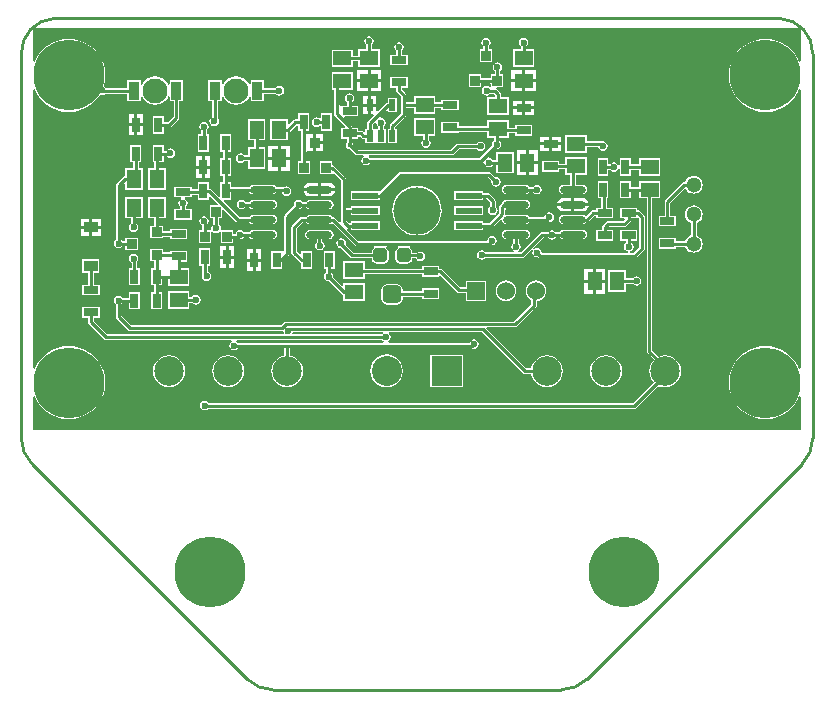
<source format=gtl>
G04*
G04 #@! TF.GenerationSoftware,Altium Limited,CircuitStudio,1.5.2 (1.5.2.30)*
G04*
G04 Layer_Physical_Order=1*
G04 Layer_Color=11767835*
%FSLAX44Y44*%
%MOMM*%
G71*
G01*
G75*
%ADD10R,1.3000X0.7000*%
%ADD11R,1.2200X0.9100*%
%ADD12R,0.9500X1.6000*%
%ADD13R,1.3000X1.6000*%
%ADD14R,1.6000X1.3000*%
%ADD15R,0.8128X0.9144*%
%ADD16R,0.9144X0.8128*%
%ADD17R,0.7000X1.3000*%
%ADD18O,2.2000X0.6000*%
%ADD19R,0.6000X1.0000*%
%ADD20R,2.3000X0.6000*%
G04:AMPARAMS|DCode=21|XSize=1.2mm|YSize=1.2mm|CornerRadius=0.3mm|HoleSize=0mm|Usage=FLASHONLY|Rotation=180.000|XOffset=0mm|YOffset=0mm|HoleType=Round|Shape=RoundedRectangle|*
%AMROUNDEDRECTD21*
21,1,1.2000,0.6000,0,0,180.0*
21,1,0.6000,1.2000,0,0,180.0*
1,1,0.6000,-0.3000,0.3000*
1,1,0.6000,0.3000,0.3000*
1,1,0.6000,0.3000,-0.3000*
1,1,0.6000,-0.3000,-0.3000*
%
%ADD21ROUNDEDRECTD21*%
G04:AMPARAMS|DCode=22|XSize=1.6mm|YSize=1.5mm|CornerRadius=0.375mm|HoleSize=0mm|Usage=FLASHONLY|Rotation=180.000|XOffset=0mm|YOffset=0mm|HoleType=Round|Shape=RoundedRectangle|*
%AMROUNDEDRECTD22*
21,1,1.6000,0.7500,0,0,180.0*
21,1,0.8500,1.5000,0,0,180.0*
1,1,0.7500,-0.4250,0.3750*
1,1,0.7500,0.4250,0.3750*
1,1,0.7500,0.4250,-0.3750*
1,1,0.7500,-0.4250,-0.3750*
%
%ADD22ROUNDEDRECTD22*%
%ADD23C,0.2540*%
%ADD24C,2.1000*%
%ADD25C,4.0000*%
%ADD26C,6.0000*%
%ADD27R,1.5240X1.5240*%
%ADD28C,1.5240*%
%ADD29C,2.5000*%
%ADD30C,2.5400*%
%ADD31R,2.5400X2.5400*%
%ADD32C,1.3000*%
%ADD33C,0.6000*%
%ADD34C,0.4500*%
G36*
X820000Y800000D02*
Y771899D01*
X818730Y771647D01*
X817706Y774117D01*
X815157Y778278D01*
X811988Y781988D01*
X808278Y785157D01*
X804117Y787707D01*
X799609Y789574D01*
X794864Y790713D01*
X790000Y791096D01*
X785135Y790713D01*
X780391Y789574D01*
X775883Y787707D01*
X771722Y785157D01*
X768012Y781988D01*
X764843Y778278D01*
X762293Y774117D01*
X760426Y769609D01*
X759287Y764865D01*
X758904Y760000D01*
X759287Y755136D01*
X760426Y750391D01*
X762293Y745883D01*
X764843Y741722D01*
X768012Y738012D01*
X771722Y734843D01*
X775883Y732293D01*
X780391Y730426D01*
X785135Y729287D01*
X790000Y728904D01*
X794864Y729287D01*
X799609Y730426D01*
X804117Y732293D01*
X808278Y734843D01*
X811988Y738012D01*
X815157Y741722D01*
X817706Y745883D01*
X818730Y748354D01*
X820000Y748101D01*
X820000Y511899D01*
X818730Y511646D01*
X817706Y514117D01*
X815157Y518278D01*
X811988Y521988D01*
X808278Y525157D01*
X804117Y527706D01*
X799609Y529574D01*
X794864Y530713D01*
X790000Y531096D01*
X785135Y530713D01*
X780391Y529574D01*
X775883Y527706D01*
X771722Y525157D01*
X768012Y521988D01*
X764843Y518278D01*
X762293Y514117D01*
X760426Y509609D01*
X759287Y504864D01*
X758904Y500000D01*
X759287Y495135D01*
X760426Y490391D01*
X762293Y485883D01*
X764843Y481722D01*
X768012Y478012D01*
X771722Y474843D01*
X775883Y472293D01*
X780391Y470426D01*
X785135Y469287D01*
X790000Y468904D01*
X794864Y469287D01*
X799609Y470426D01*
X804117Y472293D01*
X808278Y474843D01*
X811988Y478012D01*
X815157Y481722D01*
X817706Y485883D01*
X818730Y488354D01*
X820000Y488101D01*
Y460898D01*
X819102Y460000D01*
X170000Y460000D01*
Y488101D01*
X171270Y488353D01*
X172293Y485883D01*
X174843Y481722D01*
X178012Y478012D01*
X181722Y474843D01*
X185883Y472293D01*
X190391Y470426D01*
X195135Y469287D01*
X200000Y468904D01*
X204864Y469287D01*
X209609Y470426D01*
X214117Y472293D01*
X218278Y474843D01*
X221988Y478012D01*
X225157Y481722D01*
X227707Y485883D01*
X229574Y490391D01*
X230713Y495135D01*
X231096Y500000D01*
X230713Y504864D01*
X229574Y509609D01*
X227707Y514117D01*
X225157Y518278D01*
X221988Y521988D01*
X218278Y525157D01*
X214117Y527706D01*
X209609Y529574D01*
X204864Y530713D01*
X200000Y531096D01*
X195135Y530713D01*
X190391Y529574D01*
X185883Y527706D01*
X181722Y525157D01*
X178012Y521988D01*
X174843Y518278D01*
X172293Y514117D01*
X171270Y511647D01*
X170000Y511899D01*
X170000Y748101D01*
X171270Y748353D01*
X172293Y745883D01*
X174843Y741722D01*
X178012Y738012D01*
X181722Y734843D01*
X185883Y732293D01*
X190391Y730426D01*
X195135Y729287D01*
X200000Y728904D01*
X204864Y729287D01*
X209609Y730426D01*
X214117Y732293D01*
X218278Y734843D01*
X221988Y738012D01*
X225157Y741722D01*
X226199Y743422D01*
X226699Y743532D01*
X228260Y743222D01*
X229821Y743532D01*
X231144Y744416D01*
X231324Y744685D01*
X249510D01*
Y738000D01*
X261010D01*
Y742148D01*
X262280Y742400D01*
X262778Y741198D01*
X264701Y738691D01*
X267208Y736768D01*
X270127Y735559D01*
X273260Y735146D01*
X276393Y735559D01*
X279312Y736768D01*
X281819Y738691D01*
X283742Y741198D01*
X284240Y742400D01*
X285510Y742148D01*
Y738000D01*
X288946D01*
Y725259D01*
X284301Y720614D01*
X280400D01*
Y725800D01*
X271400D01*
Y710800D01*
X280400D01*
Y715985D01*
X285260D01*
X286146Y716162D01*
X286897Y716663D01*
X292897Y722663D01*
X293398Y723414D01*
X293575Y724300D01*
Y738000D01*
X297010D01*
Y756000D01*
X285510D01*
Y752352D01*
X284240Y752099D01*
X283742Y753302D01*
X281819Y755808D01*
X279312Y757732D01*
X276393Y758941D01*
X273260Y759353D01*
X270127Y758941D01*
X267208Y757732D01*
X264701Y755808D01*
X262778Y753302D01*
X262280Y752099D01*
X261010Y752352D01*
Y756000D01*
X249510D01*
Y749314D01*
X231725D01*
X231144Y750184D01*
X229821Y751068D01*
X229759Y751164D01*
X230713Y755136D01*
X231096Y760000D01*
X230713Y764865D01*
X229574Y769609D01*
X227707Y774117D01*
X225157Y778278D01*
X221988Y781988D01*
X218278Y785157D01*
X214117Y787707D01*
X209609Y789574D01*
X204864Y790713D01*
X200000Y791096D01*
X195135Y790713D01*
X190391Y789574D01*
X185883Y787707D01*
X181722Y785157D01*
X178012Y781988D01*
X174843Y778278D01*
X172293Y774117D01*
X171270Y771647D01*
X170000Y771899D01*
Y799102D01*
X170898Y800000D01*
X820000Y800000D01*
D02*
G37*
%LPC*%
G36*
X227480Y638440D02*
X220110D01*
Y632620D01*
X227480D01*
Y638440D01*
D02*
G37*
G36*
X217570D02*
X210200D01*
Y632620D01*
X217570D01*
Y638440D01*
D02*
G37*
G36*
X263130Y657150D02*
X248130D01*
Y639150D01*
X252656D01*
Y634904D01*
X252086Y634524D01*
X251202Y633201D01*
X250892Y631640D01*
X251202Y630079D01*
X252086Y628756D01*
X253409Y627872D01*
X254970Y627562D01*
X256531Y627872D01*
X257854Y628756D01*
X258738Y630079D01*
X259048Y631640D01*
X258738Y633201D01*
X257854Y634524D01*
X257285Y634904D01*
Y639150D01*
X263130D01*
Y657150D01*
D02*
G37*
G36*
X656840Y670884D02*
X647840D01*
Y655884D01*
X650826D01*
Y648180D01*
X646250D01*
Y645994D01*
X644200D01*
X643314Y645818D01*
X643065Y645652D01*
X642563Y645317D01*
X638095Y640848D01*
X637834Y640874D01*
X636511Y641758D01*
X634950Y642068D01*
X618950D01*
X617389Y641758D01*
X616066Y640874D01*
X615182Y639551D01*
X614872Y637990D01*
X615182Y636429D01*
X616066Y635106D01*
X617389Y634222D01*
X618950Y633912D01*
X634950D01*
X636511Y634222D01*
X637834Y635106D01*
X638214Y635676D01*
X638510D01*
X639396Y635852D01*
X640147Y636353D01*
X644980Y641187D01*
X646250Y640934D01*
Y639180D01*
X661250D01*
Y648180D01*
X655454D01*
Y655884D01*
X656840D01*
Y670884D01*
D02*
G37*
G36*
X551250Y649610D02*
X526250D01*
Y641610D01*
X551250D01*
Y649610D01*
D02*
G37*
G36*
X423280Y687584D02*
X413152D01*
Y676440D01*
X423280D01*
Y676837D01*
X424453Y677324D01*
X430456Y671321D01*
Y645610D01*
Y636484D01*
X429980Y636138D01*
X429236Y635908D01*
X425517Y639627D01*
X424766Y640128D01*
X423880Y640304D01*
X423584D01*
X423204Y640874D01*
X421881Y641758D01*
X420320Y642068D01*
X404320D01*
X402759Y641758D01*
X401436Y640874D01*
X401056Y640304D01*
X397210D01*
X396324Y640128D01*
X396075Y639962D01*
X395574Y639627D01*
X389224Y633277D01*
X388722Y632526D01*
X388546Y631640D01*
Y610050D01*
X388722Y609164D01*
X389224Y608413D01*
X395574Y602063D01*
X396075Y601728D01*
X396324Y601562D01*
X397180Y601391D01*
Y596200D01*
X406180D01*
Y611200D01*
X397180D01*
Y608662D01*
X396007Y608176D01*
X393175Y611009D01*
Y630681D01*
X398169Y635676D01*
X401056D01*
X401436Y635106D01*
X402759Y634222D01*
X404320Y633912D01*
X420320D01*
X421881Y634222D01*
X423204Y635106D01*
X423465Y635132D01*
X442564Y616033D01*
X443314Y615532D01*
X444200Y615355D01*
X458506D01*
X458892Y614086D01*
X457954Y613459D01*
X457070Y612136D01*
X456760Y610575D01*
Y609890D01*
X441223D01*
X434619Y616494D01*
X434918Y618000D01*
X434608Y619561D01*
X433724Y620884D01*
X432401Y621768D01*
X430840Y622078D01*
X429279Y621768D01*
X427956Y620884D01*
X427072Y619561D01*
X426762Y618000D01*
X427072Y616439D01*
X427956Y615116D01*
X429279Y614232D01*
X430597Y613970D01*
X438628Y605939D01*
X439129Y605604D01*
X439379Y605437D01*
X440264Y605261D01*
X456760D01*
Y604576D01*
X457070Y603015D01*
X457954Y601692D01*
X459278Y600808D01*
X460838Y600497D01*
X466838D01*
X468399Y600808D01*
X469722Y601692D01*
X470606Y603015D01*
X470917Y604576D01*
Y610575D01*
X470606Y612136D01*
X469722Y613459D01*
X468785Y614086D01*
X469170Y615355D01*
X478507D01*
X478892Y614086D01*
X477954Y613459D01*
X477070Y612136D01*
X476760Y610575D01*
Y604576D01*
X477070Y603015D01*
X477954Y601692D01*
X479278Y600808D01*
X480838Y600497D01*
X486838D01*
X488399Y600808D01*
X489722Y601692D01*
X490606Y603015D01*
X490917Y604576D01*
Y605261D01*
X493853D01*
X493860Y605227D01*
X494744Y603904D01*
X496067Y603020D01*
X497628Y602709D01*
X499188Y603020D01*
X500512Y603904D01*
X501396Y605227D01*
X501706Y606788D01*
X501396Y608348D01*
X500512Y609672D01*
X499188Y610556D01*
X497628Y610866D01*
X496067Y610556D01*
X495071Y609890D01*
X490917D01*
Y610575D01*
X490606Y612136D01*
X489722Y613459D01*
X488785Y614086D01*
X489170Y615355D01*
X555960D01*
X556846Y615532D01*
X557597Y616033D01*
X557828Y616265D01*
X558500Y616132D01*
X560061Y616442D01*
X561384Y617326D01*
X562268Y618649D01*
X562578Y620210D01*
X562268Y621771D01*
X561384Y623094D01*
X560061Y623978D01*
X558500Y624288D01*
X556939Y623978D01*
X555616Y623094D01*
X554732Y621771D01*
X554422Y620210D01*
X554237Y619985D01*
X445159D01*
X435768Y629376D01*
X435998Y630120D01*
X436344Y630596D01*
X438750D01*
Y628910D01*
X463750D01*
Y636910D01*
X438750D01*
Y635224D01*
X437103D01*
X435085Y637243D01*
Y643296D01*
X438750D01*
Y641610D01*
X463750D01*
Y649610D01*
X438750D01*
Y647924D01*
X435085D01*
Y672280D01*
X434908Y673166D01*
X434407Y673917D01*
X424675Y683649D01*
X423924Y684150D01*
X423280Y684278D01*
Y687584D01*
D02*
G37*
G36*
X551250Y662310D02*
X526250D01*
Y654310D01*
X551250D01*
Y655995D01*
X553731D01*
X556826Y652901D01*
Y648949D01*
X556256Y648569D01*
X555372Y647246D01*
X555062Y645685D01*
X555372Y644124D01*
X556256Y642801D01*
X557579Y641917D01*
X559140Y641607D01*
X560701Y641917D01*
X562024Y642801D01*
X562908Y644124D01*
X563218Y645685D01*
X562908Y647246D01*
X562024Y648569D01*
X561455Y648949D01*
Y653860D01*
X561278Y654746D01*
X560777Y655497D01*
X556327Y659947D01*
X555576Y660448D01*
X554690Y660624D01*
X551250D01*
Y662310D01*
D02*
G37*
G36*
X729340Y650017D02*
X727382Y649759D01*
X725558Y649004D01*
X723991Y647801D01*
X722789Y646235D01*
X722033Y644410D01*
X721775Y642452D01*
X722033Y640495D01*
X722789Y638670D01*
X723991Y637103D01*
X725558Y635901D01*
X727025Y635293D01*
Y624612D01*
X725558Y624004D01*
X723991Y622801D01*
X722789Y621235D01*
X722181Y619767D01*
X714500D01*
Y622250D01*
X699500D01*
Y613250D01*
X714500D01*
Y615138D01*
X722181D01*
X722789Y613670D01*
X723991Y612103D01*
X725558Y610901D01*
X727382Y610145D01*
X729340Y609888D01*
X731298Y610145D01*
X733122Y610901D01*
X734689Y612103D01*
X735891Y613670D01*
X736647Y615494D01*
X736905Y617452D01*
X736647Y619410D01*
X735891Y621235D01*
X734689Y622801D01*
X733122Y624004D01*
X731654Y624612D01*
Y635293D01*
X733122Y635901D01*
X734689Y637103D01*
X735891Y638670D01*
X736647Y640495D01*
X736905Y642452D01*
X736647Y644410D01*
X735891Y646235D01*
X734689Y647801D01*
X733122Y649004D01*
X731298Y649759D01*
X729340Y650017D01*
D02*
G37*
G36*
X420320Y629368D02*
X404320D01*
X402759Y629058D01*
X401436Y628174D01*
X400552Y626851D01*
X400242Y625290D01*
X400552Y623729D01*
X401436Y622406D01*
X402759Y621522D01*
X404320Y621212D01*
X410006D01*
Y618943D01*
X409916Y618884D01*
X409032Y617561D01*
X408722Y616000D01*
X409032Y614439D01*
X409916Y613116D01*
X411240Y612232D01*
X412800Y611922D01*
X414361Y612232D01*
X415684Y613116D01*
X416568Y614439D01*
X416879Y616000D01*
X416568Y617561D01*
X415684Y618884D01*
X414635Y619585D01*
Y621212D01*
X420320D01*
X421881Y621522D01*
X423204Y622406D01*
X424088Y623729D01*
X424398Y625290D01*
X424088Y626851D01*
X423204Y628174D01*
X421881Y629058D01*
X420320Y629368D01*
D02*
G37*
G36*
X681570Y648180D02*
X666570D01*
Y639180D01*
X670191D01*
X670717Y637910D01*
X669301Y636494D01*
X656290D01*
X655404Y636318D01*
X655155Y636152D01*
X654653Y635817D01*
X652113Y633277D01*
X651612Y632526D01*
X651436Y631640D01*
Y629180D01*
X646250D01*
Y620180D01*
X661250D01*
Y629180D01*
X656065D01*
Y630681D01*
X657249Y631866D01*
X670260D01*
X671146Y632042D01*
X671897Y632543D01*
X675707Y636353D01*
X676208Y637104D01*
X676385Y637990D01*
Y639180D01*
X681570D01*
Y639180D01*
X682804Y639094D01*
X683186Y638822D01*
Y614571D01*
X678381Y609767D01*
X675284D01*
X675158Y611037D01*
X675901Y611184D01*
X677224Y612068D01*
X678108Y613392D01*
X678418Y614952D01*
X678108Y616513D01*
X677224Y617836D01*
X676385Y618397D01*
Y620180D01*
X681570D01*
Y629180D01*
X666570D01*
Y620180D01*
X671756D01*
Y618036D01*
X671456Y617836D01*
X670572Y616513D01*
X670262Y614952D01*
X670572Y613392D01*
X671456Y612068D01*
X672779Y611184D01*
X673521Y611037D01*
X673396Y609767D01*
X600911D01*
X600678Y610050D01*
X600368Y611611D01*
X599484Y612934D01*
X598161Y613818D01*
X596600Y614128D01*
X595039Y613818D01*
X594358Y613363D01*
X594358Y613363D01*
X594099Y613189D01*
X594095Y613193D01*
X594075Y613218D01*
X594041Y613259D01*
X593289Y614176D01*
X602089Y622976D01*
X605850D01*
X606456Y622068D01*
X607779Y621184D01*
X609340Y620874D01*
X610901Y621184D01*
X612224Y622068D01*
X612830Y622976D01*
X615686D01*
X616066Y622406D01*
X617389Y621522D01*
X618950Y621212D01*
X634950D01*
X636511Y621522D01*
X637834Y622406D01*
X638718Y623729D01*
X639028Y625290D01*
X638718Y626851D01*
X637834Y628174D01*
X636511Y629058D01*
X634950Y629368D01*
X618950D01*
X617389Y629058D01*
X616066Y628174D01*
X615686Y627604D01*
X612379D01*
X612224Y627836D01*
X610901Y628720D01*
X609340Y629031D01*
X607779Y628720D01*
X606456Y627836D01*
X606301Y627604D01*
X601130D01*
X600244Y627428D01*
X599493Y626927D01*
X582881Y610314D01*
X581099D01*
X580714Y611585D01*
X581704Y612246D01*
X582588Y613569D01*
X582898Y615130D01*
X582588Y616691D01*
X581704Y618014D01*
X581264Y618307D01*
Y621212D01*
X586950D01*
X588511Y621522D01*
X589834Y622406D01*
X590718Y623729D01*
X591028Y625290D01*
X590718Y626851D01*
X589834Y628174D01*
X588511Y629058D01*
X586950Y629368D01*
X570950D01*
X569389Y629058D01*
X568066Y628174D01*
X567182Y626851D01*
X566872Y625290D01*
X567182Y623729D01*
X568066Y622406D01*
X569389Y621522D01*
X570950Y621212D01*
X576636D01*
Y618481D01*
X575936Y618014D01*
X575052Y616691D01*
X574742Y615130D01*
X575052Y613569D01*
X575936Y612246D01*
X576926Y611585D01*
X576541Y610314D01*
X553104D01*
X552724Y610884D01*
X551401Y611768D01*
X549840Y612078D01*
X548279Y611768D01*
X546956Y610884D01*
X546072Y609561D01*
X545762Y608000D01*
X546072Y606439D01*
X546956Y605116D01*
X548279Y604232D01*
X549840Y603922D01*
X551401Y604232D01*
X552724Y605116D01*
X553104Y605686D01*
X583840D01*
X584726Y605862D01*
X585477Y606363D01*
X592474Y613361D01*
X593391Y612608D01*
X593432Y612575D01*
X593457Y612555D01*
X593461Y612551D01*
X593288Y612292D01*
Y612292D01*
X592832Y611611D01*
X592522Y610050D01*
X592832Y608489D01*
X593716Y607166D01*
X595039Y606282D01*
X596600Y605972D01*
X597272Y606105D01*
X597561Y605816D01*
X598312Y605314D01*
X599198Y605138D01*
X679340D01*
X680226Y605314D01*
X680976Y605816D01*
X687137Y611976D01*
X687638Y612727D01*
X687814Y613612D01*
Y640530D01*
X687638Y641416D01*
X687137Y642167D01*
X683987Y645317D01*
X683236Y645818D01*
X682350Y645994D01*
X681570D01*
Y648180D01*
D02*
G37*
G36*
X282130Y657150D02*
X267130D01*
Y639150D01*
X272134D01*
Y632310D01*
X268876D01*
Y622182D01*
X280020D01*
Y623586D01*
X285570D01*
Y621400D01*
X300570D01*
Y630400D01*
X285570D01*
Y628214D01*
X280020D01*
Y632310D01*
X276763D01*
Y639150D01*
X282130D01*
Y657150D01*
D02*
G37*
G36*
X495000Y666712D02*
X490883Y666306D01*
X486925Y665105D01*
X483277Y663155D01*
X480079Y660531D01*
X477455Y657333D01*
X475505Y653685D01*
X474304Y649727D01*
X473899Y645610D01*
X474304Y641493D01*
X475505Y637535D01*
X477455Y633887D01*
X480079Y630689D01*
X483277Y628065D01*
X486925Y626115D01*
X490883Y624914D01*
X495000Y624508D01*
X499117Y624914D01*
X503075Y626115D01*
X506724Y628065D01*
X509921Y630689D01*
X512545Y633887D01*
X514495Y637535D01*
X515696Y641493D01*
X516102Y645610D01*
X515696Y649727D01*
X514495Y653685D01*
X512545Y657333D01*
X509921Y660531D01*
X506724Y663155D01*
X503075Y665105D01*
X499117Y666306D01*
X495000Y666712D01*
D02*
G37*
G36*
X227480Y630080D02*
X220110D01*
Y624260D01*
X227480D01*
Y630080D01*
D02*
G37*
G36*
X217570D02*
X210200D01*
Y624260D01*
X217570D01*
Y630080D01*
D02*
G37*
G36*
X425716Y662120D02*
X413590D01*
Y657741D01*
X420320D01*
X422482Y658171D01*
X424314Y659396D01*
X425539Y661228D01*
X425716Y662120D01*
D02*
G37*
G36*
X411050D02*
X398924D01*
X399101Y661228D01*
X400326Y659396D01*
X402159Y658171D01*
X404320Y657741D01*
X411050D01*
Y662120D01*
D02*
G37*
G36*
X337550Y710260D02*
X328550D01*
Y695260D01*
X330736D01*
Y689940D01*
X328550D01*
Y674940D01*
X330736D01*
Y669620D01*
X328550D01*
Y657741D01*
X327377Y657255D01*
X320875Y663757D01*
X320124Y664258D01*
X319238Y664435D01*
X318550D01*
Y669620D01*
X309550D01*
Y663774D01*
X304380D01*
Y665960D01*
X289380D01*
Y656960D01*
X295165D01*
X295290Y655690D01*
X295279Y655688D01*
X293956Y654804D01*
X293072Y653481D01*
X292762Y651920D01*
X293072Y650359D01*
X293956Y649036D01*
X294566Y648629D01*
Y646960D01*
X289380D01*
Y637960D01*
X304380D01*
Y646960D01*
X299195D01*
Y648682D01*
X299724Y649036D01*
X300608Y650359D01*
X300918Y651920D01*
X300608Y653481D01*
X299724Y654804D01*
X298401Y655688D01*
X298390Y655690D01*
X298515Y656960D01*
X304380D01*
Y659146D01*
X309550D01*
Y654620D01*
X318550D01*
Y657876D01*
X319723Y658362D01*
X326572Y651513D01*
X326086Y650340D01*
X319680D01*
Y639196D01*
X322430D01*
Y633886D01*
X321956Y633569D01*
X321072Y632246D01*
X320762Y630685D01*
X320857Y630207D01*
X319769Y629164D01*
X317558D01*
Y633858D01*
X318428Y635159D01*
X318738Y636720D01*
X318428Y638281D01*
X317544Y639604D01*
X316221Y640488D01*
X314660Y640798D01*
X313099Y640488D01*
X311776Y639604D01*
X310892Y638281D01*
X310582Y636720D01*
X310892Y635159D01*
X311776Y633836D01*
X312930Y633065D01*
Y629164D01*
X310180D01*
Y618020D01*
X320308D01*
Y627982D01*
X321578Y628367D01*
X321956Y627802D01*
X323279Y626917D01*
X324840Y626607D01*
X326401Y626917D01*
X327724Y627802D01*
X328062Y628308D01*
X329332Y627923D01*
Y618020D01*
X339460D01*
Y621278D01*
X343442D01*
X344125Y621413D01*
X345140Y621212D01*
X346701Y621522D01*
X348024Y622406D01*
X348404Y622976D01*
X353056D01*
X353436Y622406D01*
X354759Y621522D01*
X356320Y621212D01*
X372320D01*
X373881Y621522D01*
X375204Y622406D01*
X376088Y623729D01*
X376398Y625290D01*
X376088Y626851D01*
X375204Y628174D01*
X373881Y629058D01*
X372320Y629368D01*
X356320D01*
X354759Y629058D01*
X353436Y628174D01*
X353056Y627604D01*
X348404D01*
X348024Y628174D01*
X346701Y629058D01*
X345140Y629368D01*
X343579Y629058D01*
X342256Y628174D01*
X341372Y626851D01*
X341184Y625906D01*
X339460D01*
Y629164D01*
X329911D01*
X328827Y630225D01*
X328918Y630685D01*
X328608Y632246D01*
X327724Y633569D01*
X327058Y634014D01*
Y639196D01*
X329808D01*
Y646618D01*
X330981Y647104D01*
X341732Y636353D01*
X342483Y635852D01*
X343368Y635676D01*
X353056D01*
X353436Y635106D01*
X354759Y634222D01*
X356320Y633912D01*
X372320D01*
X373881Y634222D01*
X375204Y635106D01*
X376088Y636429D01*
X376398Y637990D01*
X376088Y639551D01*
X375204Y640874D01*
X373881Y641758D01*
X372320Y642068D01*
X356320D01*
X354759Y641758D01*
X353436Y640874D01*
X353056Y640304D01*
X344327D01*
X331185Y653447D01*
X331671Y654620D01*
X337550D01*
Y661076D01*
X353056D01*
X353436Y660506D01*
X354759Y659622D01*
X356320Y659312D01*
X372320D01*
X373881Y659622D01*
X375204Y660506D01*
X375584Y661076D01*
X380639D01*
X380742Y660559D01*
X381626Y659236D01*
X382949Y658352D01*
X384510Y658042D01*
X386071Y658352D01*
X387394Y659236D01*
X388278Y660559D01*
X388588Y662120D01*
X388278Y663681D01*
X387394Y665004D01*
X386071Y665888D01*
X384510Y666198D01*
X382949Y665888D01*
X382675Y665704D01*
X375584D01*
X375204Y666274D01*
X373881Y667158D01*
X372320Y667468D01*
X356320D01*
X354759Y667158D01*
X353436Y666274D01*
X353056Y665704D01*
X337550D01*
Y669620D01*
X335364D01*
Y674940D01*
X337550D01*
Y689940D01*
X335364D01*
Y695260D01*
X337550D01*
Y710260D01*
D02*
G37*
G36*
X729340Y675017D02*
X727382Y674759D01*
X725558Y674004D01*
X723991Y672801D01*
X722789Y671235D01*
X722181Y669767D01*
X721452D01*
X720567Y669591D01*
X720317Y669424D01*
X719816Y669089D01*
X705363Y654636D01*
X704862Y653886D01*
X704685Y653000D01*
Y641250D01*
X699500D01*
Y632250D01*
X714500D01*
Y641250D01*
X709314D01*
Y652041D01*
X721440Y664167D01*
X722685Y663919D01*
X722789Y663670D01*
X723991Y662103D01*
X725558Y660901D01*
X727382Y660145D01*
X729340Y659888D01*
X731298Y660145D01*
X733122Y660901D01*
X734689Y662103D01*
X735891Y663670D01*
X736647Y665495D01*
X736905Y667452D01*
X736647Y669410D01*
X735891Y671235D01*
X734689Y672801D01*
X733122Y674004D01*
X731298Y674759D01*
X729340Y675017D01*
D02*
G37*
G36*
X420320Y669038D02*
X413590D01*
Y664660D01*
X425716D01*
X425539Y665552D01*
X424314Y667384D01*
X422482Y668609D01*
X420320Y669038D01*
D02*
G37*
G36*
X411050D02*
X404320D01*
X402159Y668609D01*
X400326Y667384D01*
X399101Y665552D01*
X398924Y664660D01*
X411050D01*
Y669038D01*
D02*
G37*
G36*
X261400Y701370D02*
X252400D01*
Y686370D01*
X254586D01*
Y681280D01*
X248130D01*
Y674594D01*
X247350D01*
X246464Y674418D01*
X245714Y673917D01*
X240634Y668837D01*
X240132Y668086D01*
X239956Y667200D01*
Y620934D01*
X239386Y620554D01*
X238502Y619231D01*
X238192Y617670D01*
X238502Y616109D01*
X239386Y614786D01*
X240709Y613902D01*
X242270Y613592D01*
X243831Y613902D01*
X245154Y614786D01*
X245484Y615280D01*
X247700D01*
Y612530D01*
X258844D01*
Y622658D01*
X247700D01*
Y619908D01*
X245585D01*
X245154Y620554D01*
X244585Y620934D01*
Y666241D01*
X246957Y668614D01*
X248130Y668128D01*
Y663280D01*
X263130D01*
Y681280D01*
X259214D01*
Y686370D01*
X261400D01*
Y701370D01*
D02*
G37*
G36*
X586950Y654768D02*
X570950D01*
X569389Y654458D01*
X568066Y653574D01*
X567335Y652479D01*
X567106Y652327D01*
X565203Y650424D01*
X564702Y649673D01*
X564525Y648787D01*
Y643248D01*
X556502Y635224D01*
X551250D01*
Y636910D01*
X526250D01*
Y628910D01*
X551250D01*
Y630596D01*
X557460D01*
X558346Y630772D01*
X559097Y631273D01*
X565641Y637818D01*
X566994Y637375D01*
X567182Y636429D01*
X568066Y635106D01*
X569389Y634222D01*
X570950Y633912D01*
X586950D01*
X588511Y634222D01*
X589834Y635106D01*
X590214Y635676D01*
X604830D01*
X605716Y635852D01*
X606054Y636078D01*
X606840Y635922D01*
X608401Y636232D01*
X609724Y637116D01*
X610608Y638439D01*
X610918Y640000D01*
X610608Y641561D01*
X609724Y642884D01*
X608401Y643768D01*
X606840Y644078D01*
X605279Y643768D01*
X603956Y642884D01*
X603072Y641561D01*
X602822Y640304D01*
X590214D01*
X589834Y640874D01*
X588511Y641758D01*
X586950Y642068D01*
X570950D01*
X570383Y641955D01*
X570204Y642004D01*
X569154Y643006D01*
Y645674D01*
X570424Y646716D01*
X570950Y646612D01*
X586950D01*
X588511Y646922D01*
X589834Y647806D01*
X590718Y649129D01*
X591028Y650690D01*
X590718Y652251D01*
X589834Y653574D01*
X588511Y654458D01*
X586950Y654768D01*
D02*
G37*
G36*
X640346Y649420D02*
X628220D01*
Y645042D01*
X634950D01*
X637112Y645471D01*
X638944Y646696D01*
X640169Y648528D01*
X640346Y649420D01*
D02*
G37*
G36*
X625680D02*
X613554D01*
X613731Y648528D01*
X614956Y646696D01*
X616788Y645471D01*
X618950Y645042D01*
X625680D01*
Y649420D01*
D02*
G37*
G36*
Y656339D02*
X618950D01*
X616788Y655909D01*
X614956Y654684D01*
X613731Y652852D01*
X613554Y651960D01*
X625680D01*
Y656339D01*
D02*
G37*
G36*
X420320Y654768D02*
X404320D01*
X402759Y654458D01*
X401436Y653574D01*
X401056Y653005D01*
X397934D01*
X397554Y653574D01*
X396231Y654458D01*
X394670Y654768D01*
X393109Y654458D01*
X391786Y653574D01*
X390902Y652251D01*
X390592Y650690D01*
X390725Y650018D01*
X382873Y642167D01*
X382372Y641416D01*
X382196Y640530D01*
Y610700D01*
X382000Y610569D01*
X380730Y611200D01*
Y611200D01*
X371730D01*
Y596200D01*
X380730D01*
Y601838D01*
X381067Y602063D01*
X386147Y607143D01*
X386648Y607894D01*
X386825Y608780D01*
Y639571D01*
X393998Y646745D01*
X394670Y646612D01*
X396231Y646922D01*
X397554Y647806D01*
X397934Y648375D01*
X401056D01*
X401436Y647806D01*
X402759Y646922D01*
X404320Y646612D01*
X420320D01*
X421881Y646922D01*
X423204Y647806D01*
X424088Y649129D01*
X424398Y650690D01*
X424088Y652251D01*
X423204Y653574D01*
X421881Y654458D01*
X420320Y654768D01*
D02*
G37*
G36*
X372320D02*
X356320D01*
X354759Y654458D01*
X353436Y653574D01*
X353056Y653005D01*
X349674D01*
X349294Y653574D01*
X347971Y654458D01*
X346410Y654768D01*
X344849Y654458D01*
X343526Y653574D01*
X342642Y652251D01*
X342332Y650690D01*
X342642Y649129D01*
X343526Y647806D01*
X344849Y646922D01*
X346410Y646612D01*
X347971Y646922D01*
X349294Y647806D01*
X349674Y648375D01*
X353056D01*
X353436Y647806D01*
X354759Y646922D01*
X356320Y646612D01*
X372320D01*
X373881Y646922D01*
X375204Y647806D01*
X376088Y649129D01*
X376398Y650690D01*
X376088Y652251D01*
X375204Y653574D01*
X373881Y654458D01*
X372320Y654768D01*
D02*
G37*
G36*
X634950Y656339D02*
X628220D01*
Y651960D01*
X640346D01*
X640169Y652852D01*
X638944Y654684D01*
X637112Y655909D01*
X634950Y656339D01*
D02*
G37*
G36*
X450660Y602920D02*
X432660D01*
Y587920D01*
X450660D01*
Y591836D01*
X498930D01*
Y589650D01*
X513930D01*
Y589997D01*
X515103Y590484D01*
X528923Y576663D01*
X529674Y576162D01*
X530560Y575985D01*
X536320D01*
Y569130D01*
X553560D01*
Y586370D01*
X536320D01*
Y580615D01*
X531519D01*
X516347Y595787D01*
X515596Y596288D01*
X514710Y596465D01*
X513930D01*
Y598650D01*
X498930D01*
Y596465D01*
X450660D01*
Y602920D01*
D02*
G37*
G36*
X570340Y586444D02*
X568090Y586148D01*
X565993Y585279D01*
X564192Y583898D01*
X562810Y582097D01*
X561942Y580000D01*
X561646Y577750D01*
X561942Y575500D01*
X562810Y573403D01*
X564192Y571602D01*
X565993Y570220D01*
X568090Y569352D01*
X570340Y569055D01*
X572590Y569352D01*
X574687Y570220D01*
X576488Y571602D01*
X577869Y573403D01*
X578738Y575500D01*
X579034Y577750D01*
X578738Y580000D01*
X577869Y582097D01*
X576488Y583898D01*
X574687Y585279D01*
X572590Y586148D01*
X570340Y586444D01*
D02*
G37*
G36*
X425180Y611200D02*
X416180D01*
Y596200D01*
X417756D01*
Y592994D01*
X417186Y592614D01*
X416302Y591291D01*
X415992Y589730D01*
X416302Y588169D01*
X417186Y586846D01*
X418509Y585962D01*
X420070Y585652D01*
X420742Y585785D01*
X431744Y574783D01*
X432495Y574282D01*
X432660Y574249D01*
Y568920D01*
X450660D01*
Y583920D01*
X432660D01*
Y582072D01*
X431487Y581586D01*
X424015Y589058D01*
X424148Y589730D01*
X423838Y591291D01*
X422954Y592614D01*
X422384Y592994D01*
Y596200D01*
X425180D01*
Y611200D01*
D02*
G37*
G36*
X478088Y583168D02*
X469588D01*
X467735Y582800D01*
X466164Y581750D01*
X465114Y580179D01*
X464745Y578325D01*
Y570826D01*
X465114Y568972D01*
X466164Y567401D01*
X467735Y566351D01*
X469588Y565982D01*
X478088D01*
X479942Y566351D01*
X481513Y567401D01*
X482563Y568972D01*
X482931Y570826D01*
Y572531D01*
X498930D01*
Y570650D01*
X513930D01*
Y579650D01*
X498930D01*
Y577160D01*
X482931D01*
Y578325D01*
X482563Y580179D01*
X481513Y581750D01*
X479942Y582800D01*
X478088Y583168D01*
D02*
G37*
G36*
X654560Y584650D02*
X646790D01*
Y575380D01*
X654560D01*
Y584650D01*
D02*
G37*
G36*
X644250D02*
X636480D01*
Y575380D01*
X644250D01*
Y584650D01*
D02*
G37*
G36*
X225940Y604200D02*
X211740D01*
Y593100D01*
X216525D01*
Y583000D01*
X211340D01*
Y574000D01*
X226340D01*
Y583000D01*
X221154D01*
Y593100D01*
X225940D01*
Y604200D01*
D02*
G37*
G36*
X655000Y523366D02*
X651476Y522902D01*
X648192Y521542D01*
X645371Y519378D01*
X643208Y516558D01*
X641847Y513274D01*
X641383Y509750D01*
X641847Y506226D01*
X643208Y502942D01*
X645371Y500122D01*
X648192Y497958D01*
X651476Y496597D01*
X655000Y496133D01*
X658524Y496597D01*
X661808Y497958D01*
X664628Y500122D01*
X666792Y502942D01*
X668152Y506226D01*
X668616Y509750D01*
X668152Y513274D01*
X666792Y516558D01*
X664628Y519378D01*
X661808Y521542D01*
X658524Y522902D01*
X655000Y523366D01*
D02*
G37*
G36*
X335000D02*
X331476Y522902D01*
X328192Y521542D01*
X325372Y519378D01*
X323208Y516558D01*
X321847Y513274D01*
X321383Y509750D01*
X321847Y506226D01*
X323208Y502942D01*
X325372Y500122D01*
X328192Y497958D01*
X331476Y496597D01*
X335000Y496133D01*
X338524Y496597D01*
X341808Y497958D01*
X344628Y500122D01*
X346792Y502942D01*
X348152Y506226D01*
X348616Y509750D01*
X348152Y513274D01*
X346792Y516558D01*
X344628Y519378D01*
X341808Y521542D01*
X338524Y522902D01*
X335000Y523366D01*
D02*
G37*
G36*
X285000D02*
X281476Y522902D01*
X278192Y521542D01*
X275372Y519378D01*
X273208Y516558D01*
X271847Y513274D01*
X271383Y509750D01*
X271847Y506226D01*
X273208Y502942D01*
X275372Y500122D01*
X278192Y497958D01*
X281476Y496597D01*
X285000Y496133D01*
X288524Y496597D01*
X291808Y497958D01*
X294628Y500122D01*
X296792Y502942D01*
X298152Y506226D01*
X298616Y509750D01*
X298152Y513274D01*
X296792Y516558D01*
X294628Y519378D01*
X291808Y521542D01*
X288524Y522902D01*
X285000Y523366D01*
D02*
G37*
G36*
X469200Y523770D02*
X465624Y523300D01*
X462291Y521919D01*
X459429Y519723D01*
X457233Y516861D01*
X455853Y513529D01*
X455382Y509952D01*
X455853Y506376D01*
X457233Y503043D01*
X459429Y500181D01*
X462291Y497985D01*
X465624Y496605D01*
X469200Y496134D01*
X472776Y496605D01*
X476109Y497985D01*
X478971Y500181D01*
X481167Y503043D01*
X482547Y506376D01*
X483018Y509952D01*
X482547Y513529D01*
X481167Y516861D01*
X478971Y519723D01*
X476109Y521919D01*
X472776Y523300D01*
X469200Y523770D01*
D02*
G37*
G36*
X302070Y577570D02*
X284070D01*
Y562570D01*
X302070D01*
Y567756D01*
X304436D01*
X304816Y567186D01*
X306139Y566302D01*
X307700Y565992D01*
X309261Y566302D01*
X310584Y567186D01*
X311468Y568509D01*
X311779Y570070D01*
X311468Y571631D01*
X310584Y572954D01*
X309261Y573838D01*
X307700Y574148D01*
X306139Y573838D01*
X304816Y572954D01*
X304436Y572385D01*
X302070D01*
Y577570D01*
D02*
G37*
G36*
X595740Y586444D02*
X593490Y586148D01*
X591393Y585279D01*
X589592Y583898D01*
X588210Y582097D01*
X587342Y580000D01*
X587046Y577750D01*
X587342Y575500D01*
X588210Y573403D01*
X589592Y571602D01*
X591393Y570220D01*
X591746Y570074D01*
Y566179D01*
X577151Y551584D01*
X383656D01*
X382771Y551408D01*
X382020Y550906D01*
X379428Y548315D01*
X252799D01*
X244585Y556529D01*
Y566146D01*
X245154Y566526D01*
X245534Y567095D01*
X251130D01*
Y561910D01*
X260130D01*
Y576910D01*
X251130D01*
Y571725D01*
X245534D01*
X245154Y572294D01*
X243831Y573178D01*
X242270Y573488D01*
X240709Y573178D01*
X239386Y572294D01*
X238502Y570971D01*
X238192Y569410D01*
X238502Y567849D01*
X239386Y566526D01*
X239956Y566146D01*
Y555570D01*
X240132Y554684D01*
X240634Y553933D01*
X250203Y544363D01*
X250954Y543862D01*
X251840Y543685D01*
X380387D01*
X381273Y543862D01*
X381996Y542817D01*
X382071Y542439D01*
X382340Y542037D01*
X381661Y540767D01*
X232549D01*
X221154Y552161D01*
Y555000D01*
X226340D01*
Y564000D01*
X211340D01*
Y555000D01*
X216525D01*
Y551202D01*
X216702Y550317D01*
X217203Y549566D01*
X229953Y536816D01*
X230704Y536314D01*
X231590Y536138D01*
X337814D01*
X338185Y534868D01*
X337176Y534194D01*
X336292Y532871D01*
X335982Y531310D01*
X336292Y529749D01*
X337176Y528426D01*
X338499Y527542D01*
X340060Y527232D01*
X341621Y527542D01*
X342944Y528426D01*
X343324Y528996D01*
X382685D01*
Y523062D01*
X381476Y522902D01*
X378192Y521542D01*
X375372Y519378D01*
X373208Y516558D01*
X371847Y513274D01*
X371383Y509750D01*
X371847Y506226D01*
X373208Y502942D01*
X375372Y500122D01*
X378192Y497958D01*
X381476Y496597D01*
X385000Y496133D01*
X388524Y496597D01*
X391808Y497958D01*
X394628Y500122D01*
X396792Y502942D01*
X398152Y506226D01*
X398616Y509750D01*
X398152Y513274D01*
X396792Y516558D01*
X394628Y519378D01*
X391808Y521542D01*
X388524Y522902D01*
X387314Y523062D01*
Y528996D01*
X541425D01*
X541699Y528812D01*
X543260Y528502D01*
X544821Y528812D01*
X546144Y529696D01*
X547028Y531019D01*
X547338Y532580D01*
X547028Y534141D01*
X546144Y535464D01*
X544821Y536348D01*
X543260Y536658D01*
X541699Y536348D01*
X540376Y535464D01*
X539492Y534141D01*
X539389Y533624D01*
X470996D01*
X470625Y534894D01*
X471634Y535569D01*
X472518Y536892D01*
X472828Y538452D01*
X472518Y540013D01*
X471634Y541336D01*
X471096Y541696D01*
X471481Y542966D01*
X549851D01*
X584703Y508113D01*
X585454Y507612D01*
X586340Y507435D01*
X591688D01*
X591847Y506226D01*
X593208Y502942D01*
X595372Y500122D01*
X598192Y497958D01*
X601476Y496597D01*
X605000Y496133D01*
X608524Y496597D01*
X611808Y497958D01*
X614628Y500122D01*
X616792Y502942D01*
X618152Y506226D01*
X618616Y509750D01*
X618152Y513274D01*
X616792Y516558D01*
X614628Y519378D01*
X611808Y521542D01*
X608524Y522902D01*
X605000Y523366D01*
X601476Y522902D01*
X598192Y521542D01*
X595372Y519378D01*
X593208Y516558D01*
X591847Y513274D01*
X591688Y512064D01*
X587299D01*
X553678Y545685D01*
X554204Y546955D01*
X578109D01*
X578995Y547131D01*
X579746Y547633D01*
X595697Y563583D01*
X596032Y564085D01*
X596198Y564334D01*
X596375Y565220D01*
Y569139D01*
X597990Y569352D01*
X600087Y570220D01*
X601888Y571602D01*
X603270Y573403D01*
X604138Y575500D01*
X604434Y577750D01*
X604138Y580000D01*
X603270Y582097D01*
X601888Y583898D01*
X600087Y585279D01*
X597990Y586148D01*
X595740Y586444D01*
D02*
G37*
G36*
X533700Y523652D02*
X506300D01*
Y496252D01*
X533700D01*
Y523652D01*
D02*
G37*
G36*
X340360Y604970D02*
X335590D01*
Y597200D01*
X340360D01*
Y604970D01*
D02*
G37*
G36*
X333050D02*
X328280D01*
Y597200D01*
X333050D01*
Y604970D01*
D02*
G37*
G36*
X363270Y602430D02*
X358500D01*
Y594660D01*
X363270D01*
Y602430D01*
D02*
G37*
G36*
X355960Y612740D02*
X351190D01*
Y604970D01*
X355960D01*
Y612740D01*
D02*
G37*
G36*
X340360Y615280D02*
X335590D01*
Y607510D01*
X340360D01*
Y615280D01*
D02*
G37*
G36*
X333050D02*
X328280D01*
Y607510D01*
X333050D01*
Y615280D01*
D02*
G37*
G36*
X363270Y612740D02*
X358500D01*
Y604970D01*
X363270D01*
Y612740D01*
D02*
G37*
G36*
X254970Y609048D02*
X253409Y608738D01*
X252086Y607854D01*
X251202Y606531D01*
X250892Y604970D01*
X251202Y603409D01*
X252086Y602086D01*
X253316Y601265D01*
Y597230D01*
X251130D01*
Y582230D01*
X260130D01*
Y597230D01*
X257945D01*
Y602222D01*
X258738Y603409D01*
X259048Y604970D01*
X258738Y606531D01*
X257854Y607854D01*
X256531Y608738D01*
X254970Y609048D01*
D02*
G37*
G36*
X672020Y594920D02*
X657020D01*
Y576920D01*
X672020D01*
Y583605D01*
X677629D01*
X677956Y583116D01*
X679279Y582232D01*
X680840Y581922D01*
X682401Y582232D01*
X683724Y583116D01*
X684608Y584439D01*
X684918Y586000D01*
X684608Y587561D01*
X683724Y588884D01*
X682401Y589768D01*
X680840Y590078D01*
X679279Y589768D01*
X677956Y588884D01*
X677522Y588234D01*
X672020D01*
Y594920D01*
D02*
G37*
G36*
X280020Y613158D02*
X268876D01*
Y603030D01*
X272316D01*
Y597230D01*
X270130D01*
Y582230D01*
X272316D01*
Y576910D01*
X270130D01*
Y561910D01*
X279130D01*
Y576910D01*
X276945D01*
Y582230D01*
X279130D01*
Y587416D01*
X284070D01*
Y581570D01*
X302070D01*
Y596570D01*
X295385D01*
Y602400D01*
X300570D01*
Y611400D01*
X285570D01*
Y610409D01*
X280020D01*
Y613158D01*
D02*
G37*
G36*
X319820Y613740D02*
X310820D01*
Y598740D01*
X313006D01*
Y591520D01*
X313035Y591373D01*
X312762Y590000D01*
X313072Y588439D01*
X313956Y587116D01*
X315279Y586232D01*
X316840Y585922D01*
X318401Y586232D01*
X319724Y587116D01*
X320608Y588439D01*
X320918Y590000D01*
X320608Y591561D01*
X319724Y592884D01*
X318401Y593768D01*
X317635Y593920D01*
Y598740D01*
X319820D01*
Y613740D01*
D02*
G37*
G36*
X355960Y602430D02*
X351190D01*
Y594660D01*
X355960D01*
Y602430D01*
D02*
G37*
G36*
X654560Y596460D02*
X646790D01*
Y587190D01*
X654560D01*
Y596460D01*
D02*
G37*
G36*
X644250D02*
X636480D01*
Y587190D01*
X644250D01*
Y596460D01*
D02*
G37*
G36*
X700840Y670918D02*
X682840D01*
Y665699D01*
X675840D01*
Y670884D01*
X666840D01*
Y655884D01*
X675840D01*
Y661070D01*
X682840D01*
Y655918D01*
X689491D01*
Y526284D01*
X689668Y525398D01*
X690169Y524647D01*
X695376Y519441D01*
X695371Y519378D01*
X693208Y516558D01*
X691847Y513274D01*
X691383Y509750D01*
X691847Y506226D01*
X693208Y502942D01*
X695371Y500122D01*
X695376Y500059D01*
X677631Y482314D01*
X318817D01*
X318134Y483336D01*
X316811Y484220D01*
X315250Y484531D01*
X313689Y484220D01*
X312366Y483336D01*
X311482Y482013D01*
X311171Y480452D01*
X311482Y478892D01*
X312366Y477569D01*
X313689Y476684D01*
X315250Y476374D01*
X316811Y476684D01*
X318134Y477569D01*
X318212Y477685D01*
X678590D01*
X679476Y477862D01*
X680227Y478363D01*
X699344Y497481D01*
X701476Y496597D01*
X705000Y496133D01*
X708524Y496597D01*
X711808Y497958D01*
X714628Y500122D01*
X716792Y502942D01*
X718152Y506226D01*
X718616Y509750D01*
X718152Y513274D01*
X716792Y516558D01*
X714628Y519378D01*
X711808Y521542D01*
X708524Y522902D01*
X705000Y523366D01*
X701476Y522902D01*
X699344Y522019D01*
X694120Y527243D01*
Y655918D01*
X700840D01*
Y670918D01*
D02*
G37*
G36*
X487260Y758720D02*
X472260D01*
Y749720D01*
X477446D01*
Y747210D01*
X477622Y746324D01*
X478124Y745573D01*
X481256Y742441D01*
Y735145D01*
Y727849D01*
X472383Y718976D01*
X471881Y718225D01*
X471705Y717340D01*
Y714808D01*
X470020D01*
Y702808D01*
X478020D01*
Y714808D01*
X476334D01*
Y716381D01*
X485207Y725253D01*
X485708Y726004D01*
X485885Y726890D01*
Y732805D01*
X492350D01*
Y727620D01*
X510350D01*
Y732805D01*
X515440D01*
Y730620D01*
X530440D01*
Y739620D01*
X515440D01*
Y737434D01*
X510350D01*
Y742620D01*
X492350D01*
Y737434D01*
X485885D01*
Y743400D01*
X485708Y744286D01*
X485207Y745037D01*
X482075Y748169D01*
Y749720D01*
X487260D01*
Y758720D01*
D02*
G37*
G36*
X440840Y762952D02*
X422840D01*
Y747952D01*
X424525D01*
Y727452D01*
X424702Y726567D01*
X425203Y725816D01*
X434306Y716713D01*
X433820Y715540D01*
X430350D01*
Y706540D01*
X435536D01*
Y703352D01*
X435507Y703333D01*
X434789Y702258D01*
X434536Y700990D01*
X434789Y699722D01*
X435507Y698647D01*
X436582Y697929D01*
X437850Y697676D01*
X437884Y697683D01*
X442203Y693363D01*
X442954Y692862D01*
X443840Y692685D01*
X449367D01*
X449752Y691415D01*
X448956Y690884D01*
X448072Y689561D01*
X447762Y688000D01*
X448072Y686439D01*
X448956Y685116D01*
X450279Y684232D01*
X451840Y683922D01*
X453401Y684232D01*
X454724Y685116D01*
X455104Y685685D01*
X548820D01*
X549706Y685862D01*
X550457Y686363D01*
X550647Y686554D01*
X551265Y686402D01*
X551924Y686035D01*
X552192Y684689D01*
X553076Y683366D01*
X554399Y682482D01*
X555960Y682172D01*
X557521Y682482D01*
X558844Y683366D01*
X559224Y683935D01*
X561820D01*
Y677250D01*
X576820D01*
Y695250D01*
X561820D01*
Y688565D01*
X559224D01*
X558844Y689134D01*
X557521Y690018D01*
X556175Y690286D01*
X555808Y690945D01*
X555656Y691563D01*
X561638Y697545D01*
X562310Y697412D01*
X563871Y697722D01*
X565194Y698606D01*
X566078Y699929D01*
X566388Y701490D01*
X566078Y703051D01*
X565194Y704374D01*
X564624Y704754D01*
Y707350D01*
X572580D01*
Y711265D01*
X577670D01*
Y709080D01*
X592670D01*
Y718080D01*
X577670D01*
Y715894D01*
X572580D01*
Y722350D01*
X554580D01*
Y717165D01*
X530440D01*
Y720620D01*
X515440D01*
Y711620D01*
X530440D01*
Y712536D01*
X554580D01*
Y707350D01*
X559996D01*
Y704754D01*
X559426Y704374D01*
X558542Y703051D01*
X558232Y701490D01*
X558365Y700818D01*
X547861Y690314D01*
X455104D01*
X454724Y690884D01*
X453928Y691415D01*
X454313Y692685D01*
X524840D01*
X525726Y692862D01*
X526477Y693363D01*
X530799Y697685D01*
X545576D01*
X545956Y697116D01*
X547279Y696232D01*
X548840Y695922D01*
X550401Y696232D01*
X551724Y697116D01*
X552608Y698439D01*
X552918Y700000D01*
X552608Y701561D01*
X551724Y702884D01*
X550401Y703768D01*
X548840Y704078D01*
X547279Y703768D01*
X545956Y702884D01*
X545576Y702315D01*
X529840D01*
X528954Y702138D01*
X528705Y701972D01*
X528204Y701637D01*
X523881Y697315D01*
X444799D01*
X441157Y700956D01*
X441164Y700990D01*
X440911Y702258D01*
X440193Y703333D01*
X440164Y703352D01*
Y706540D01*
X445350D01*
Y708174D01*
X446620Y708497D01*
X447946Y707171D01*
X448697Y706669D01*
X449582Y706493D01*
X451021D01*
Y702808D01*
X459020D01*
Y714808D01*
X457335D01*
Y718722D01*
X459274Y720661D01*
X460445Y720035D01*
X460442Y720020D01*
X460752Y718459D01*
X461636Y717136D01*
X462206Y716756D01*
Y714808D01*
X460520D01*
Y702808D01*
X468520D01*
Y714808D01*
X466834D01*
Y716756D01*
X467404Y717136D01*
X468288Y718459D01*
X468598Y720020D01*
X468288Y721581D01*
X467404Y722904D01*
X466081Y723788D01*
X464520Y724098D01*
X464505Y724095D01*
X463879Y725266D01*
X468846Y730233D01*
X470020Y729747D01*
Y728812D01*
X478020D01*
Y740812D01*
X470020D01*
Y737100D01*
X469267Y736951D01*
X468516Y736449D01*
X461734Y729667D01*
X460560Y730153D01*
Y733542D01*
X456291D01*
Y727272D01*
X457680D01*
X458166Y726099D01*
X453384Y721317D01*
X452882Y720566D01*
X452706Y719680D01*
Y714808D01*
X451021D01*
Y712439D01*
X449751Y711913D01*
X448987Y712677D01*
X448236Y713178D01*
X447350Y713354D01*
X445350D01*
Y715540D01*
X440164D01*
Y716442D01*
X439988Y717328D01*
X439487Y718079D01*
X433199Y724367D01*
X433685Y725540D01*
X445350D01*
Y734540D01*
X440164D01*
Y737596D01*
X440734Y737976D01*
X441618Y739299D01*
X441928Y740860D01*
X441618Y742421D01*
X440734Y743744D01*
X439411Y744628D01*
X437850Y744938D01*
X436289Y744628D01*
X434966Y743744D01*
X434082Y742421D01*
X433772Y740860D01*
X434082Y739299D01*
X434966Y737976D01*
X435536Y737596D01*
Y734540D01*
X430350D01*
X430350Y734540D01*
Y734540D01*
X429154Y734719D01*
Y747952D01*
X440840D01*
Y762952D01*
D02*
G37*
G36*
X453750Y733542D02*
X449481D01*
Y727272D01*
X453750D01*
Y733542D01*
D02*
G37*
G36*
X583900Y738620D02*
X576130D01*
Y733850D01*
X583900D01*
Y738620D01*
D02*
G37*
G36*
X460560Y742352D02*
X456291D01*
Y736082D01*
X460560D01*
Y742352D01*
D02*
G37*
G36*
X453750D02*
X449481D01*
Y736082D01*
X453750D01*
Y742352D01*
D02*
G37*
G36*
X594210Y738620D02*
X586440D01*
Y733850D01*
X594210D01*
Y738620D01*
D02*
G37*
G36*
X255630Y727340D02*
X250860D01*
Y719570D01*
X255630D01*
Y727340D01*
D02*
G37*
G36*
X403640Y728040D02*
X394640D01*
Y722778D01*
X392054D01*
X391168Y722602D01*
X390418Y722101D01*
X386833Y718516D01*
X385660Y719003D01*
Y723190D01*
X370660D01*
Y705190D01*
X385660D01*
Y711876D01*
X385780D01*
X386666Y712052D01*
X387417Y712553D01*
X393013Y718149D01*
X394640D01*
Y713040D01*
X396750D01*
Y687584D01*
X394000D01*
Y676440D01*
X404128D01*
Y687584D01*
X401379D01*
Y695047D01*
X401960Y696076D01*
X402649Y696076D01*
X407294D01*
Y703188D01*
Y710300D01*
X402649D01*
X401960Y710300D01*
X401379Y711329D01*
X401379Y711329D01*
Y713040D01*
X403640D01*
Y728040D01*
D02*
G37*
G36*
X262940Y717030D02*
X258170D01*
Y709260D01*
X262940D01*
Y717030D01*
D02*
G37*
G36*
Y727340D02*
X258170D01*
Y719570D01*
X262940D01*
Y727340D01*
D02*
G37*
G36*
X594210Y731310D02*
X586440D01*
Y726540D01*
X594210D01*
Y731310D01*
D02*
G37*
G36*
X583900D02*
X576130D01*
Y726540D01*
X583900D01*
Y731310D01*
D02*
G37*
G36*
X422640Y728040D02*
X413640D01*
Y724270D01*
X413640Y724269D01*
X412370Y723707D01*
X411471Y724308D01*
X409910Y724618D01*
X408349Y724308D01*
X407026Y723424D01*
X406142Y722101D01*
X405832Y720540D01*
X406142Y718979D01*
X407026Y717656D01*
X408349Y716772D01*
X409910Y716462D01*
X411471Y716772D01*
X412370Y717373D01*
X413640Y716811D01*
X413640Y716810D01*
Y713040D01*
X422640D01*
Y728040D01*
D02*
G37*
G36*
X562996Y771024D02*
X561435Y770714D01*
X560112Y769830D01*
X559228Y768507D01*
X558918Y766946D01*
X559228Y765385D01*
X560112Y764062D01*
X560682Y763682D01*
Y761244D01*
X557932D01*
Y757987D01*
X548908D01*
Y761244D01*
X538780D01*
Y750100D01*
X548908D01*
Y753357D01*
X557034D01*
X557932Y752459D01*
Y750584D01*
X557932Y750362D01*
X556797Y749775D01*
X556724Y749884D01*
X555401Y750768D01*
X553840Y751078D01*
X552279Y750768D01*
X550956Y749884D01*
X550072Y748561D01*
X549762Y747000D01*
X550072Y745439D01*
X550956Y744116D01*
X552279Y743232D01*
X553840Y742922D01*
X555401Y743232D01*
X556724Y744116D01*
X557104Y744686D01*
X559881D01*
X561266Y743301D01*
Y741350D01*
X554580D01*
Y726350D01*
X572580D01*
Y741350D01*
X565895D01*
Y744260D01*
X565718Y745146D01*
X565217Y745897D01*
X562477Y748637D01*
X562187Y748830D01*
X562572Y750100D01*
X568060D01*
Y761244D01*
X565311D01*
Y763682D01*
X565880Y764062D01*
X566764Y765385D01*
X567074Y766946D01*
X566764Y768507D01*
X565880Y769830D01*
X564557Y770714D01*
X562996Y771024D01*
D02*
G37*
G36*
X595710Y764530D02*
X586440D01*
Y756760D01*
X595710D01*
Y764530D01*
D02*
G37*
G36*
X464900D02*
X455630D01*
Y756760D01*
X464900D01*
Y764530D01*
D02*
G37*
G36*
X585170Y791928D02*
X583609Y791618D01*
X582286Y790734D01*
X581402Y789411D01*
X581092Y787850D01*
X581402Y786289D01*
X582286Y784966D01*
X582856Y784586D01*
Y781990D01*
X576170D01*
Y766990D01*
X594170D01*
Y781990D01*
X587485D01*
Y784586D01*
X588054Y784966D01*
X588938Y786289D01*
X589248Y787850D01*
X588938Y789411D01*
X588054Y790734D01*
X586731Y791618D01*
X585170Y791928D01*
D02*
G37*
G36*
X454360Y793198D02*
X452799Y792888D01*
X451476Y792004D01*
X450592Y790681D01*
X450282Y789120D01*
X450592Y787559D01*
X451476Y786236D01*
X452046Y785856D01*
Y781990D01*
X445360D01*
Y776767D01*
X440840D01*
Y781952D01*
X422840D01*
Y766952D01*
X440840D01*
Y772138D01*
X445360D01*
Y766990D01*
X463360D01*
Y781990D01*
X456674D01*
Y785856D01*
X457244Y786236D01*
X458128Y787559D01*
X458438Y789120D01*
X458128Y790681D01*
X457244Y792004D01*
X455921Y792888D01*
X454360Y793198D01*
D02*
G37*
G36*
X553420Y791928D02*
X551859Y791618D01*
X550536Y790734D01*
X549652Y789411D01*
X549342Y787850D01*
X549652Y786289D01*
X550536Y784966D01*
X551030Y784637D01*
Y782420D01*
X548280D01*
Y771276D01*
X558408D01*
Y782420D01*
X555658D01*
Y784535D01*
X556304Y784966D01*
X557188Y786289D01*
X557498Y787850D01*
X557188Y789411D01*
X556304Y790734D01*
X554981Y791618D01*
X553420Y791928D01*
D02*
G37*
G36*
X479760Y788118D02*
X478199Y787808D01*
X476876Y786924D01*
X475992Y785601D01*
X475682Y784040D01*
X475992Y782479D01*
X476876Y781156D01*
X477446Y780776D01*
Y777720D01*
X472260D01*
Y768720D01*
X487260D01*
Y777720D01*
X482075D01*
Y780776D01*
X482644Y781156D01*
X483528Y782479D01*
X483838Y784040D01*
X483528Y785601D01*
X482644Y786924D01*
X481321Y787808D01*
X479760Y788118D01*
D02*
G37*
G36*
X583900Y754220D02*
X574630D01*
Y746450D01*
X583900D01*
Y754220D01*
D02*
G37*
G36*
X464900D02*
X455630D01*
Y746450D01*
X464900D01*
Y754220D01*
D02*
G37*
G36*
X453090D02*
X443820D01*
Y746450D01*
X453090D01*
Y754220D01*
D02*
G37*
G36*
X595710D02*
X586440D01*
Y746450D01*
X595710D01*
Y754220D01*
D02*
G37*
G36*
X583900Y764530D02*
X574630D01*
Y756760D01*
X583900D01*
Y764530D01*
D02*
G37*
G36*
X453090D02*
X443820D01*
Y756760D01*
X453090D01*
Y764530D01*
D02*
G37*
G36*
X341840Y759353D02*
X338707Y758941D01*
X335788Y757732D01*
X333281Y755808D01*
X331358Y753302D01*
X330860Y752099D01*
X329590Y752352D01*
Y756000D01*
X318090D01*
Y738000D01*
X321525D01*
Y724871D01*
X320395Y724116D01*
X319511Y722793D01*
X319201Y721232D01*
X319511Y719671D01*
X320395Y718348D01*
X321718Y717464D01*
X323279Y717154D01*
X324840Y717464D01*
X326163Y718348D01*
X327047Y719671D01*
X327358Y721232D01*
X327047Y722793D01*
X326163Y724116D01*
X326154Y724122D01*
Y738000D01*
X329590D01*
Y742148D01*
X330860Y742400D01*
X331358Y741198D01*
X333281Y738691D01*
X335788Y736768D01*
X338707Y735559D01*
X341840Y735146D01*
X344973Y735559D01*
X347892Y736768D01*
X350398Y738691D01*
X352322Y741198D01*
X352820Y742400D01*
X354090Y742148D01*
Y738000D01*
X365590D01*
Y744685D01*
X375076D01*
X375456Y744116D01*
X376779Y743232D01*
X378340Y742922D01*
X379901Y743232D01*
X381224Y744116D01*
X382108Y745439D01*
X382418Y747000D01*
X382108Y748561D01*
X381224Y749884D01*
X379901Y750768D01*
X378340Y751078D01*
X376779Y750768D01*
X375456Y749884D01*
X375076Y749314D01*
X365590D01*
Y756000D01*
X354090D01*
Y752352D01*
X352820Y752099D01*
X352322Y753302D01*
X350398Y755808D01*
X347892Y757732D01*
X344973Y758941D01*
X341840Y759353D01*
D02*
G37*
G36*
X320090Y691480D02*
X315320D01*
Y683710D01*
X320090D01*
Y691480D01*
D02*
G37*
G36*
X312780D02*
X308010D01*
Y683710D01*
X312780D01*
Y691480D01*
D02*
G37*
G36*
X387200Y688790D02*
X379430D01*
Y679520D01*
X387200D01*
Y688790D01*
D02*
G37*
G36*
X675840Y689952D02*
X666840D01*
Y684466D01*
X665665Y684052D01*
X665570Y684070D01*
X664724Y685336D01*
X663401Y686220D01*
X661840Y686531D01*
X660279Y686220D01*
X658956Y685336D01*
X658576Y684767D01*
X656840D01*
Y689952D01*
X647840D01*
Y674952D01*
X656840D01*
Y680138D01*
X658576D01*
X658956Y679568D01*
X660279Y678684D01*
X661840Y678374D01*
X663401Y678684D01*
X664724Y679568D01*
X665570Y680835D01*
X665665Y680853D01*
X666840Y680439D01*
Y674952D01*
X675840D01*
Y680138D01*
X682840D01*
Y674919D01*
X700840D01*
Y689918D01*
X682840D01*
Y684767D01*
X675840D01*
Y689952D01*
D02*
G37*
G36*
X597360Y696790D02*
X589590D01*
Y687520D01*
X597360D01*
Y696790D01*
D02*
G37*
G36*
X587050D02*
X579280D01*
Y687520D01*
X587050D01*
Y696790D01*
D02*
G37*
G36*
X638620Y690600D02*
X620620D01*
Y685415D01*
X615530D01*
Y687600D01*
X600530D01*
Y678600D01*
X615530D01*
Y680786D01*
X620620D01*
Y675600D01*
X624636D01*
Y667468D01*
X618950D01*
X617389Y667158D01*
X616066Y666274D01*
X615182Y664951D01*
X614872Y663390D01*
X615182Y661829D01*
X616066Y660506D01*
X617389Y659622D01*
X618950Y659312D01*
X634950D01*
X636511Y659622D01*
X637834Y660506D01*
X638718Y661829D01*
X639028Y663390D01*
X638718Y664951D01*
X637834Y666274D01*
X636511Y667158D01*
X634950Y667468D01*
X629265D01*
Y675600D01*
X638620D01*
Y690600D01*
D02*
G37*
G36*
X312780Y681170D02*
X308010D01*
Y673400D01*
X312780D01*
Y681170D01*
D02*
G37*
G36*
X555840Y678404D02*
X481030D01*
X480144Y678228D01*
X479895Y678062D01*
X479394Y677727D01*
X464686Y663019D01*
X463750Y662310D01*
Y662310D01*
X463750Y662310D01*
X438750D01*
Y654310D01*
X463750D01*
Y656095D01*
X464136Y656172D01*
X464887Y656673D01*
X481989Y673775D01*
X554791D01*
X557895Y670671D01*
X557762Y670000D01*
X558072Y668439D01*
X558956Y667116D01*
X560279Y666232D01*
X561840Y665921D01*
X563401Y666232D01*
X564724Y667116D01*
X565608Y668439D01*
X565918Y670000D01*
X565608Y671561D01*
X564724Y672884D01*
X563401Y673768D01*
X561840Y674078D01*
X561168Y673945D01*
X557658Y677455D01*
X557477Y677727D01*
X556726Y678228D01*
X555840Y678404D01*
D02*
G37*
G36*
X596600Y667468D02*
X595039Y667158D01*
X593716Y666274D01*
X593336Y665704D01*
X590214D01*
X589834Y666274D01*
X588511Y667158D01*
X586950Y667468D01*
X570950D01*
X569389Y667158D01*
X568066Y666274D01*
X567182Y664951D01*
X566872Y663390D01*
X567182Y661829D01*
X568066Y660506D01*
X569389Y659622D01*
X570950Y659312D01*
X586950D01*
X588511Y659622D01*
X589834Y660506D01*
X590214Y661076D01*
X593336D01*
X593716Y660506D01*
X595039Y659622D01*
X596600Y659312D01*
X598161Y659622D01*
X599484Y660506D01*
X600368Y661829D01*
X600678Y663390D01*
X600368Y664951D01*
X599484Y666274D01*
X598161Y667158D01*
X596600Y667468D01*
D02*
G37*
G36*
X320090Y681170D02*
X315320D01*
Y673400D01*
X320090D01*
Y681170D01*
D02*
G37*
G36*
X376890Y688790D02*
X369120D01*
Y679520D01*
X376890D01*
Y688790D01*
D02*
G37*
G36*
X597360Y684980D02*
X589590D01*
Y675710D01*
X597360D01*
Y684980D01*
D02*
G37*
G36*
X587050D02*
X579280D01*
Y675710D01*
X587050D01*
Y684980D01*
D02*
G37*
G36*
X510350Y723620D02*
X492350D01*
Y708620D01*
X500306D01*
Y706024D01*
X499736Y705644D01*
X498852Y704321D01*
X498542Y702760D01*
X498852Y701199D01*
X499736Y699876D01*
X501059Y698992D01*
X502620Y698682D01*
X504181Y698992D01*
X505504Y699876D01*
X506388Y701199D01*
X506698Y702760D01*
X506388Y704321D01*
X505504Y705644D01*
X504935Y706024D01*
Y708620D01*
X510350D01*
Y723620D01*
D02*
G37*
G36*
X638620Y709600D02*
X620620D01*
Y694600D01*
X638620D01*
Y699785D01*
X648488D01*
X648712Y698659D01*
X649596Y697336D01*
X650919Y696452D01*
X652480Y696142D01*
X654041Y696452D01*
X655364Y697336D01*
X656248Y698659D01*
X656558Y700220D01*
X656248Y701781D01*
X655364Y703104D01*
X654041Y703988D01*
X652480Y704298D01*
X651645Y704132D01*
X651486Y704238D01*
X650600Y704414D01*
X638620D01*
Y709600D01*
D02*
G37*
G36*
X415168Y701918D02*
X409834D01*
Y696076D01*
X415168D01*
Y701918D01*
D02*
G37*
G36*
X606760Y708140D02*
X598990D01*
Y703370D01*
X606760D01*
Y708140D01*
D02*
G37*
G36*
X255630Y717030D02*
X250860D01*
Y709260D01*
X255630D01*
Y717030D01*
D02*
G37*
G36*
X409834Y710300D02*
Y704458D01*
X415168D01*
Y710300D01*
X409834D01*
D02*
G37*
G36*
X617070Y708140D02*
X609300D01*
Y703370D01*
X617070D01*
Y708140D01*
D02*
G37*
G36*
X387200Y700600D02*
X379430D01*
Y691330D01*
X387200D01*
Y700600D01*
D02*
G37*
G36*
X366660Y723190D02*
X351660D01*
Y705190D01*
X356846D01*
Y699060D01*
X351660D01*
Y692374D01*
X349064D01*
X348684Y692944D01*
X347361Y693828D01*
X345800Y694138D01*
X344239Y693828D01*
X342916Y692944D01*
X342032Y691621D01*
X341722Y690060D01*
X342032Y688499D01*
X342916Y687176D01*
X344239Y686292D01*
X345800Y685982D01*
X347361Y686292D01*
X348684Y687176D01*
X349064Y687746D01*
X351660D01*
Y681060D01*
X366660D01*
Y699060D01*
X361474D01*
Y705190D01*
X366660D01*
Y723190D01*
D02*
G37*
G36*
X280400Y701370D02*
X271400D01*
Y686370D01*
X272316D01*
Y681280D01*
X267130D01*
Y663280D01*
X282130D01*
Y681280D01*
X276945D01*
Y686370D01*
X280400D01*
Y691555D01*
X283283D01*
X283376Y691416D01*
X284699Y690532D01*
X286260Y690222D01*
X287821Y690532D01*
X289144Y691416D01*
X290028Y692739D01*
X290338Y694300D01*
X290028Y695861D01*
X289144Y697184D01*
X287821Y698068D01*
X286260Y698378D01*
X284699Y698068D01*
X283376Y697184D01*
X282708Y696184D01*
X280400D01*
Y701370D01*
D02*
G37*
G36*
X376890Y700600D02*
X369120D01*
Y691330D01*
X376890D01*
Y700600D01*
D02*
G37*
G36*
X314660Y720808D02*
X313099Y720498D01*
X311776Y719614D01*
X310892Y718291D01*
X310582Y716730D01*
X310892Y715169D01*
X311776Y713846D01*
X312346Y713466D01*
Y710260D01*
X309550D01*
Y695260D01*
X318550D01*
Y710260D01*
X316975D01*
Y713466D01*
X317544Y713846D01*
X318428Y715169D01*
X318738Y716730D01*
X318428Y718291D01*
X317544Y719614D01*
X316221Y720498D01*
X314660Y720808D01*
D02*
G37*
G36*
X606760Y700830D02*
X598990D01*
Y696060D01*
X606760D01*
Y700830D01*
D02*
G37*
G36*
X617070D02*
X609300D01*
Y696060D01*
X617070D01*
Y700830D01*
D02*
G37*
%LPD*%
G36*
X465866Y535569D02*
X466875Y534894D01*
X466503Y533624D01*
X343324D01*
X342944Y534194D01*
X341935Y534868D01*
X342306Y536138D01*
X465486D01*
X465866Y535569D01*
D02*
G37*
G36*
X466404Y541696D02*
X465866Y541336D01*
X465486Y540767D01*
X390069D01*
X389474Y541812D01*
X390057Y542966D01*
X466019D01*
X466404Y541696D01*
D02*
G37*
D10*
X707000Y617750D02*
D03*
Y636750D02*
D03*
X296880Y642460D02*
D03*
Y661460D02*
D03*
X653750Y624680D02*
D03*
Y643680D02*
D03*
X608030Y683100D02*
D03*
Y702100D02*
D03*
X674070Y624680D02*
D03*
Y643680D02*
D03*
X506430Y594150D02*
D03*
Y575150D02*
D03*
X585170Y713580D02*
D03*
Y732580D02*
D03*
X218840Y559500D02*
D03*
Y578500D02*
D03*
X522940Y735120D02*
D03*
Y716120D02*
D03*
X479760Y773220D02*
D03*
Y754220D02*
D03*
X437850Y730040D02*
D03*
Y711040D02*
D03*
X293070Y625900D02*
D03*
Y606900D02*
D03*
D11*
X218840Y598650D02*
D03*
Y631350D02*
D03*
D12*
X359840Y747000D02*
D03*
X323840D02*
D03*
X291260D02*
D03*
X255260D02*
D03*
D13*
X664520Y585920D02*
D03*
X645520D02*
D03*
X359160Y714190D02*
D03*
X378160D02*
D03*
X359160Y690060D02*
D03*
X378160D02*
D03*
X569320Y686250D02*
D03*
X588320D02*
D03*
X274630Y672280D02*
D03*
X255630D02*
D03*
X274630Y648150D02*
D03*
X255630D02*
D03*
D14*
X629620Y683100D02*
D03*
Y702100D02*
D03*
X585170Y774490D02*
D03*
Y755490D02*
D03*
X454360Y774490D02*
D03*
Y755490D02*
D03*
X563580Y733850D02*
D03*
Y714850D02*
D03*
X501350Y716120D02*
D03*
Y735120D02*
D03*
X441660Y576420D02*
D03*
Y595420D02*
D03*
X293070Y589070D02*
D03*
Y570070D02*
D03*
X691840Y682418D02*
D03*
Y663418D02*
D03*
X431840Y774452D02*
D03*
Y755452D02*
D03*
D15*
X399064Y682012D02*
D03*
X418216D02*
D03*
X408564Y703188D02*
D03*
X315244Y623592D02*
D03*
X334396D02*
D03*
X324744Y644768D02*
D03*
X543844Y755672D02*
D03*
X562996D02*
D03*
X553344Y776848D02*
D03*
D16*
X274448Y608094D02*
D03*
Y627246D02*
D03*
X253272Y617594D02*
D03*
D17*
X376230Y603700D02*
D03*
X357230D02*
D03*
X399140Y720540D02*
D03*
X418140D02*
D03*
X333050Y682440D02*
D03*
X314050D02*
D03*
X671340Y663384D02*
D03*
X652340D02*
D03*
X420680Y603700D02*
D03*
X401680D02*
D03*
X315320Y606240D02*
D03*
X334320D02*
D03*
X314050Y702760D02*
D03*
X333050D02*
D03*
X255630Y569410D02*
D03*
X274630D02*
D03*
X255630Y589730D02*
D03*
X274630D02*
D03*
X275900Y693870D02*
D03*
X256900D02*
D03*
X333050Y662120D02*
D03*
X314050D02*
D03*
X275900Y718300D02*
D03*
X256900D02*
D03*
X671340Y682452D02*
D03*
X652340D02*
D03*
D18*
X364320Y663390D02*
D03*
Y650690D02*
D03*
Y637990D02*
D03*
Y625290D02*
D03*
X412320Y663390D02*
D03*
Y650690D02*
D03*
Y637990D02*
D03*
Y625290D02*
D03*
X578950Y663390D02*
D03*
Y650690D02*
D03*
Y637990D02*
D03*
Y625290D02*
D03*
X626950Y663390D02*
D03*
Y650690D02*
D03*
Y637990D02*
D03*
Y625290D02*
D03*
D19*
X455020Y708808D02*
D03*
X464520D02*
D03*
X474020D02*
D03*
Y734812D02*
D03*
X455020D02*
D03*
D20*
X538750Y645610D02*
D03*
Y632910D02*
D03*
Y658310D02*
D03*
X451250D02*
D03*
Y632910D02*
D03*
Y645610D02*
D03*
D21*
X483838Y607575D02*
D03*
X463838D02*
D03*
D22*
X473838Y574576D02*
D03*
D23*
X729340Y617452D02*
Y642452D01*
X721452Y667452D02*
X729340D01*
X707000Y653000D02*
X721452Y667452D01*
X707000Y636750D02*
Y653000D01*
X707297Y617452D02*
X729340D01*
X340060Y531310D02*
X541990D01*
X385000Y509750D02*
Y531310D01*
X705000Y506410D02*
Y509750D01*
Y513090D01*
X691806Y526284D02*
X705000Y513090D01*
X678590Y480000D02*
X705000Y506410D01*
X231590Y538452D02*
X468750D01*
X218840Y551202D02*
X231590Y538452D01*
X315702Y480000D02*
X678590D01*
X315250Y480452D02*
X315702Y480000D01*
X586340Y509750D02*
X608340D01*
X296880Y642460D02*
Y651920D01*
X497628Y606788D02*
X498415Y607575D01*
X483838D02*
X498415D01*
X562310Y711040D02*
X564850Y713580D01*
X522940Y716120D02*
X524210Y714850D01*
X563580D01*
X429840Y618000D02*
X440264Y607575D01*
X548820Y688000D02*
X562310Y701490D01*
X451840Y688000D02*
X548820D01*
X429840Y618000D02*
X430840D01*
X440264Y607575D02*
X463838D01*
X472138Y574846D02*
X506126D01*
X412320Y616480D02*
X412800Y616000D01*
X412320Y616480D02*
Y625290D01*
X218840Y578500D02*
Y598650D01*
X541990Y531310D02*
X543260Y532580D01*
X555840Y676000D02*
X561840Y670000D01*
X555840Y676000D02*
Y676090D01*
X481030D02*
X555840D01*
X604830Y637990D02*
X606840Y640000D01*
X578950Y637990D02*
X604830D01*
X538750Y632910D02*
X557460D01*
X566840Y642290D01*
Y648787D01*
X568743Y650690D01*
X578950D01*
X436144Y632910D02*
X451250D01*
X432770Y636284D02*
X436144Y632910D01*
X554690Y658310D02*
X559140Y653860D01*
X538750Y658310D02*
X554690D01*
X559140Y645685D02*
Y653860D01*
X412320Y637990D02*
X423880D01*
X345140Y625290D02*
X364320D01*
X345800Y690060D02*
X359160D01*
X451250Y658310D02*
X463250D01*
X481030Y676090D01*
X359160Y690060D02*
Y714190D01*
X397210Y637990D02*
X412320D01*
X390860Y631640D02*
X397210Y637990D01*
X394670Y650690D02*
X412320D01*
X384510Y640530D02*
X394670Y650690D01*
X390860Y610050D02*
X397210Y603700D01*
X401680D01*
X390860Y610050D02*
Y631640D01*
X384510Y608780D02*
Y640530D01*
X379430Y603700D02*
X384510Y608780D01*
X374960Y603700D02*
X379430D01*
X378160Y714190D02*
X379430Y712920D01*
X399064Y720464D02*
X399140Y720540D01*
X378160Y714190D02*
X385780D01*
X392054Y720464D01*
X399064D01*
X432770Y645610D02*
X451250D01*
X432770Y636284D02*
Y645610D01*
Y672280D01*
X578950Y615260D02*
Y625290D01*
X578820Y615130D02*
X578950Y615260D01*
X626950Y637990D02*
X638510D01*
X644200Y643680D01*
X653750D01*
X674070Y637990D02*
Y643680D01*
X670260Y634180D02*
X674070Y637990D01*
X656290Y634180D02*
X670260D01*
X653750Y631640D02*
X656290Y634180D01*
X653750Y624680D02*
Y631640D01*
X674070Y643680D02*
X682350D01*
X653140Y644290D02*
Y662120D01*
Y644290D02*
X653750Y643680D01*
X578950Y663390D02*
X596600D01*
X555960Y686250D02*
X569320D01*
X608030Y683100D02*
X629620D01*
X626950Y680430D02*
X629620Y683100D01*
X626950Y663390D02*
Y680430D01*
X629620Y702100D02*
X650600D01*
X652480Y700220D01*
X682350Y643680D02*
X685500Y640530D01*
X409910Y720540D02*
X418140D01*
X274630Y672280D02*
Y692600D01*
X275900Y693870D01*
X256900Y673550D02*
Y693870D01*
X255630Y672280D02*
X256900Y673550D01*
X242346Y617594D02*
X253272D01*
X242270Y617670D02*
X242346Y617594D01*
X242270Y569410D02*
X255630D01*
Y589730D02*
Y604310D01*
X254970Y604970D02*
X255630Y604310D01*
X293070Y570070D02*
X307700D01*
X274630Y569410D02*
Y589730D01*
X292410D01*
X274630D02*
Y607912D01*
X293070Y589070D02*
Y606900D01*
X274448Y608094D02*
X291876D01*
X275794Y625900D02*
X293070D01*
X334396Y623592D02*
X343442D01*
X345140Y625290D01*
X296880Y661460D02*
X313390D01*
X274448Y627246D02*
Y647968D01*
X315244Y623592D02*
Y636136D01*
X314660Y636720D02*
X315244Y636136D01*
X314660Y703370D02*
Y716730D01*
X333050Y682440D02*
Y702760D01*
Y662120D02*
X334320Y663390D01*
X364320D02*
X383240D01*
X384510Y662120D01*
X346410Y650690D02*
X364320D01*
X254970Y647490D02*
X255630Y648150D01*
X254970Y631640D02*
Y647490D01*
X247350Y672280D02*
X255630D01*
X242270Y667200D02*
X247350Y672280D01*
X242270Y617670D02*
Y667200D01*
X423880Y637990D02*
X444200Y617670D01*
X506430Y594150D02*
X514710D01*
X530560Y578300D01*
X543260D01*
X437850Y711040D02*
X447350D01*
X449582Y708808D01*
X455020D01*
X474020D02*
Y717340D01*
X483595Y735120D02*
X501350D01*
X474020Y717340D02*
X483570Y726890D01*
Y735145D02*
X483595Y735120D01*
X483570Y726890D02*
Y735145D01*
X501350Y735120D02*
X522940D01*
X501350Y735120D02*
X501350Y735120D01*
X501350Y716120D02*
X502620Y714850D01*
Y702760D02*
Y714850D01*
X464520Y708808D02*
Y719770D01*
X437850Y730040D02*
Y740860D01*
X564850Y713580D02*
X585170D01*
X522940Y716120D02*
Y716730D01*
X543844Y755672D02*
X562996D01*
Y766946D01*
X562310Y701490D02*
Y711040D01*
X563580Y714850D02*
X564850Y713580D01*
X585170Y774490D02*
Y787850D01*
X553344Y776848D02*
Y787774D01*
X553420Y787850D01*
X479760Y773220D02*
Y784040D01*
X454360Y774490D02*
Y789120D01*
X420070Y603090D02*
X420680Y603700D01*
X420070Y589730D02*
Y603090D01*
X441660Y595420D02*
X442930Y594150D01*
X506430D01*
X433380Y576420D02*
X441660D01*
X420070Y589730D02*
X433380Y576420D01*
X334320Y663390D02*
X364320D01*
X333050Y662120D02*
Y682440D01*
X343368Y637990D02*
X364320D01*
X314050Y662120D02*
X319238D01*
X343368Y637990D01*
X483570Y735145D02*
Y743400D01*
X479760Y747210D02*
Y754220D01*
Y747210D02*
X483570Y743400D01*
X399064Y682012D02*
Y720464D01*
X418216Y682012D02*
X423038D01*
X432770Y672280D01*
X437850Y700990D02*
Y711040D01*
X529840Y700000D02*
X548840D01*
X555960Y617670D02*
X558500Y620210D01*
X444200Y617670D02*
X555960D01*
X549840Y608000D02*
X583840D01*
X601130Y625290D01*
X437850Y700990D02*
X443840Y695000D01*
X524840D01*
X529840Y700000D01*
X664520Y585920D02*
X680760D01*
X680840Y586000D01*
X594060Y565220D02*
Y578300D01*
X242270Y555570D02*
Y569410D01*
Y555570D02*
X251840Y546000D01*
X380387D01*
X385780Y545280D02*
X385839Y545221D01*
X380387Y546000D02*
X383656Y549269D01*
X385839Y543999D02*
Y545221D01*
X578109Y549269D02*
X594060Y565220D01*
X383656Y549269D02*
X578109D01*
X553840Y747000D02*
X560840D01*
X563580Y744260D01*
Y733850D02*
Y744260D01*
X455020Y708808D02*
Y719680D01*
X470152Y734812D01*
X474020D01*
X315320Y591520D02*
Y606240D01*
Y591520D02*
X316840Y590000D01*
X359840Y747000D02*
X378340D01*
X323840Y721793D02*
Y747000D01*
X323279Y721232D02*
X323840Y721793D01*
X324744Y630781D02*
Y644768D01*
Y630781D02*
X324840Y630685D01*
X275900Y693870D02*
X285830D01*
X275900Y718300D02*
X285260D01*
X291260Y724300D01*
Y747000D01*
X228560D02*
X255260D01*
X228260Y747300D02*
X228560Y747000D01*
X385780Y545280D02*
X550810D01*
X218840Y551202D02*
Y559500D01*
X550810Y545280D02*
X586340Y509750D01*
X437850Y711040D02*
Y716442D01*
X426840Y727452D02*
X437850Y716442D01*
X426840Y727452D02*
Y750452D01*
X431840Y755452D01*
Y774452D02*
X454322D01*
X671340Y663384D02*
X691806D01*
X671340Y682452D02*
X691806D01*
X652340D02*
X661840D01*
X601130Y625290D02*
X626950D01*
X691806Y526284D02*
Y663384D01*
X674070Y615222D02*
Y624680D01*
Y615222D02*
X674340Y614952D01*
X685500Y613612D02*
Y640530D01*
X596600Y610050D02*
X599198Y607452D01*
X679340D01*
X685500Y613612D01*
X160000Y452700D02*
G03*
X168980Y431020I30661J0D01*
G01*
X351020Y248980D02*
G03*
X372700Y240000I21680J21680D01*
G01*
X617300D02*
G03*
X638980Y248980I0J30661D01*
G01*
X821020Y431020D02*
G03*
X830000Y452700I-21680J21680D01*
G01*
Y778300D02*
G03*
X801580Y808300I-29210J790D01*
G01*
X188420D02*
G03*
X160000Y778300I790J-29210D01*
G01*
Y452700D02*
Y458300D01*
X168980Y431020D02*
X351020Y248980D01*
X372700Y240000D02*
X617300D01*
X638980Y248980D02*
X821020Y431020D01*
X830000Y452700D02*
Y458300D01*
X188420Y808300D02*
X801580D01*
X830000Y458300D02*
Y778300D01*
X160000Y458300D02*
Y778300D01*
D24*
X341840Y747250D02*
D03*
X273260D02*
D03*
D25*
X495000Y645610D02*
D03*
D26*
X200000Y500000D02*
D03*
Y760000D02*
D03*
X790000D02*
D03*
Y500000D02*
D03*
X670000Y339952D02*
D03*
X320000D02*
D03*
D27*
X544940Y577750D02*
D03*
D28*
X570340D02*
D03*
X595740D02*
D03*
D29*
X605000Y509750D02*
D03*
X655000D02*
D03*
X705000D02*
D03*
X285000D02*
D03*
X335000D02*
D03*
X385000D02*
D03*
D30*
X469200Y509952D02*
D03*
D31*
X520000D02*
D03*
D32*
X729340Y667452D02*
D03*
Y642452D02*
D03*
Y617452D02*
D03*
D33*
X468750Y538452D02*
D03*
X315250Y480452D02*
D03*
X296840Y651920D02*
D03*
X497628Y606788D02*
D03*
X451840Y688000D02*
D03*
X430840Y618000D02*
D03*
X412800Y616000D02*
D03*
X561840Y670000D02*
D03*
X606840Y640000D02*
D03*
X559140Y645685D02*
D03*
X345140Y625290D02*
D03*
X345800Y690060D02*
D03*
X578820Y615130D02*
D03*
X596600Y663390D02*
D03*
Y610050D02*
D03*
X555960Y686250D02*
D03*
X652480Y700220D02*
D03*
X394670Y650690D02*
D03*
X409910Y720540D02*
D03*
X242270Y617670D02*
D03*
Y569410D02*
D03*
X254970Y604970D02*
D03*
X307700Y570070D02*
D03*
X314660Y636720D02*
D03*
Y716730D02*
D03*
X384510Y662120D02*
D03*
X543260Y532580D02*
D03*
X346410Y650690D02*
D03*
X340060Y531310D02*
D03*
X254970Y631640D02*
D03*
X558500Y620210D02*
D03*
X502620Y702760D02*
D03*
X464520Y720020D02*
D03*
X437850Y740860D02*
D03*
X562996Y766946D02*
D03*
X562310Y701490D02*
D03*
X585170Y787850D02*
D03*
X553420D02*
D03*
X479760Y784040D02*
D03*
X454360Y789120D02*
D03*
X420070Y589730D02*
D03*
X548840Y700000D02*
D03*
X549840Y608000D02*
D03*
X680840Y586000D02*
D03*
X385839Y543999D02*
D03*
X553840Y747000D02*
D03*
X316840Y590000D02*
D03*
X378340Y747000D02*
D03*
X323279Y721232D02*
D03*
X324840Y630685D02*
D03*
X286260Y694300D02*
D03*
X228260Y747300D02*
D03*
X661840Y682452D02*
D03*
X609340Y624952D02*
D03*
X674340Y614952D02*
D03*
D34*
X437850Y700990D02*
D03*
M02*

</source>
